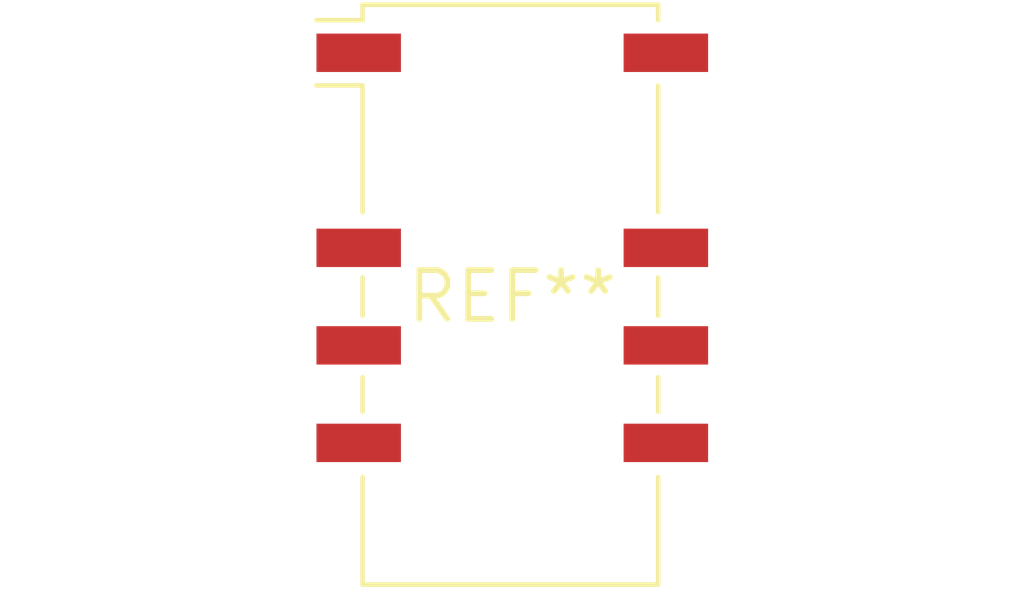
<source format=kicad_pcb>
(kicad_pcb (version 20240108) (generator pcbnew)
  (layers (0 "F.Cu" signal) (31 "B.Cu" signal) (34 "B.Paste" user) (35 "F.Paste" user) (36 "B.SilkS" user "B.Silkscreen") (37 "F.SilkS" user "F.Silkscreen") (38 "B.Mask" user) (39 "F.Mask" user) (44 "Edge.Cuts" user))
  (net 0 "")
  (footprint "Relay_DPDT_Omron_G6S-2F" (layer "F.Cu") (at 0 0)
    (property "Reference" "REF**")
    (property "Value" "Relay_DPDT_Omron_G6S-2F")
    (fp_line (start -5.1 -7.2) (end -3.9 -7.2) (layer "F.SilkS") (stroke (width 0.12)))
    (fp_line (start -3.9 -7.6) (end 3.8 -7.6) (layer "F.SilkS") (stroke (width 0.12)))
    (fp_line (start -3.9 -7.2) (end -3.9 -7.6) (layer "F.SilkS") (stroke (width 0.12)))
    (fp_line (start -3.9 -5.5) (end -5.1 -5.5) (layer "F.SilkS") (stroke (width 0.12)))
    (fp_line (start -3.9 -5.5) (end -3.9 -2.2) (layer "F.SilkS") (stroke (width 0.12)))
    (fp_line (start -3.9 -0.5) (end -3.9 0.5) (layer "F.SilkS") (stroke (width 0.12)))
    (fp_line (start -3.9 2.1) (end -3.9 3) (layer "F.SilkS") (stroke (width 0.12)))
    (fp_line (start -3.9 4.7) (end -3.9 7.5) (layer "F.SilkS") (stroke (width 0.12)))
    (fp_line (start -3.9 7.5) (end 3.8 7.5) (layer "F.SilkS") (stroke (width 0.12)))
    (fp_line (start 3.8 -7.6) (end 3.8 -7.2) (layer "F.SilkS") (stroke (width 0.12)))
    (fp_line (start 3.8 -5.5) (end 3.8 -2.2) (layer "F.SilkS") (stroke (width 0.12)))
    (fp_line (start 3.8 0.5) (end 3.8 -0.5) (layer "F.SilkS") (stroke (width 0.12)))
    (fp_line (start 3.8 3) (end 3.8 2.1) (layer "F.SilkS") (stroke (width 0.12)))
    (fp_line (start 3.8 7.5) (end 3.8 4.7) (layer "F.SilkS") (stroke (width 0.12)))
    (pad "1" smd rect (at -4 -6.35) (size 2.2 1) (layers "F.Cu" "F.Paste" "F.Mask"))
    (pad "3" smd rect (at -4 -1.27) (size 2.2 1) (layers "F.Cu" "F.Paste" "F.Mask"))
    (pad "4" smd rect (at -4 1.27) (size 2.2 1) (layers "F.Cu" "F.Paste" "F.Mask"))
    (pad "5" smd rect (at -4 3.81) (size 2.2 1) (layers "F.Cu" "F.Paste" "F.Mask"))
    (pad "8" smd rect (at 4 3.81) (size 2.2 1) (layers "F.Cu" "F.Paste" "F.Mask"))
    (pad "9" smd rect (at 4 1.27) (size 2.2 1) (layers "F.Cu" "F.Paste" "F.Mask"))
    (pad "10" smd rect (at 4 -1.27) (size 2.2 1) (layers "F.Cu" "F.Paste" "F.Mask"))
    (pad "12" smd rect (at 4 -6.35) (size 2.2 1) (layers "F.Cu" "F.Paste" "F.Mask"))
  )
)
</source>
